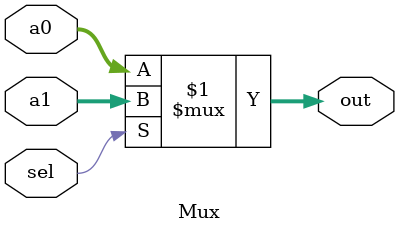
<source format=v>
module Mux(a0, a1, sel, out);
    parameter N = 4;

    input [N-1:0] a0, a1;
    input sel;
    output [N-1:0] out;

    assign out = sel ? a1 : a0;
endmodule

</source>
